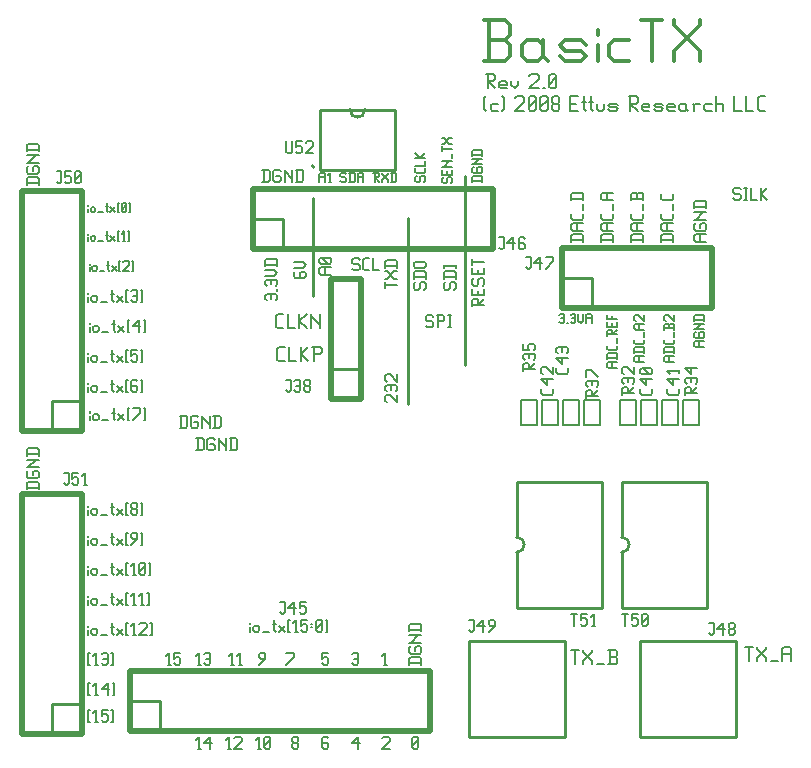
<source format=gbr>
G04 start of page 10 for group -4079 idx -4079
G04 Title: TX Daughterboard, topsilk *
G04 Creator: pcb 20070208 *
G04 CreationDate: Mon Dec 24 21:52:14 2007 UTC *
G04 For: matt *
G04 Format: Gerber/RS-274X *
G04 PCB-Dimensions: 275000 250000 *
G04 PCB-Coordinate-Origin: lower left *
%MOIN*%
%FSLAX24Y24*%
%LNFRONTSILK*%
%ADD11C,0.0100*%
%ADD12C,0.0060*%
%ADD20C,0.0200*%
%ADD28C,0.0137*%
G54D11*X13250Y11700D02*Y17900D01*
X10100Y15300D02*Y18550D01*
X15150Y13000D02*Y19300D01*
X10100Y19600D02*X10050Y19650D01*
G54D12*X2600Y8300D02*Y8250D01*
Y8150D02*Y8000D01*
X2700Y8150D02*Y8050D01*
Y8150D02*X2750Y8200D01*
X2850D01*
X2900Y8150D01*
Y8050D01*
X2850Y8000D02*X2900Y8050D01*
X2750Y8000D02*X2850D01*
X2700Y8050D02*X2750Y8000D01*
X3020D02*X3220D01*
X3390Y8400D02*Y8050D01*
X3440Y8000D01*
X3340Y8250D02*X3440D01*
X3540Y8200D02*X3740Y8000D01*
X3540D02*X3740Y8200D01*
X3860Y8400D02*X3910D01*
X3860D02*Y8000D01*
X3910D01*
X4030Y8050D02*X4080Y8000D01*
X4030Y8150D02*Y8050D01*
Y8150D02*X4080Y8200D01*
X4180D01*
X4230Y8150D01*
Y8050D01*
X4180Y8000D02*X4230Y8050D01*
X4080Y8000D02*X4180D01*
X4030Y8250D02*X4080Y8200D01*
X4030Y8350D02*Y8250D01*
Y8350D02*X4080Y8400D01*
X4180D01*
X4230Y8350D01*
Y8250D01*
X4180Y8200D02*X4230Y8250D01*
X4350Y8400D02*X4400D01*
Y8000D01*
X4350D02*X4400D01*
X2600Y7300D02*Y7250D01*
Y7150D02*Y7000D01*
X2700Y7150D02*Y7050D01*
Y7150D02*X2750Y7200D01*
X2850D01*
X2900Y7150D01*
Y7050D01*
X2850Y7000D02*X2900Y7050D01*
X2750Y7000D02*X2850D01*
X2700Y7050D02*X2750Y7000D01*
X3020D02*X3220D01*
X3390Y7400D02*Y7050D01*
X3440Y7000D01*
X3340Y7250D02*X3440D01*
X3540Y7200D02*X3740Y7000D01*
X3540D02*X3740Y7200D01*
X3860Y7400D02*X3910D01*
X3860D02*Y7000D01*
X3910D01*
X4030D02*X4230Y7200D01*
Y7350D02*Y7200D01*
X4180Y7400D02*X4230Y7350D01*
X4080Y7400D02*X4180D01*
X4030Y7350D02*X4080Y7400D01*
X4030Y7350D02*Y7250D01*
X4080Y7200D01*
X4230D01*
X4350Y7400D02*X4400D01*
Y7000D01*
X4350D02*X4400D01*
X550Y8900D02*X950D01*
X550Y9050D02*X600Y9100D01*
X900D01*
X950Y9050D02*X900Y9100D01*
X950Y9050D02*Y8850D01*
X550Y9050D02*Y8850D01*
Y9420D02*X600Y9470D01*
X550Y9420D02*Y9270D01*
X600Y9220D02*X550Y9270D01*
X600Y9220D02*X900D01*
X950Y9270D01*
Y9420D02*Y9270D01*
Y9420D02*X900Y9470D01*
X800D02*X900D01*
X750Y9420D02*X800Y9470D01*
X750Y9420D02*Y9320D01*
X550Y9590D02*X950D01*
X550D02*X600D01*
X850Y9840D01*
X550D02*X950D01*
X550Y10010D02*X950D01*
X550Y10160D02*X600Y10210D01*
X900D01*
X950Y10160D02*X900Y10210D01*
X950Y10160D02*Y9960D01*
X550Y10160D02*Y9960D01*
X2600Y6300D02*Y6250D01*
Y6150D02*Y6000D01*
X2700Y6150D02*Y6050D01*
Y6150D02*X2750Y6200D01*
X2850D01*
X2900Y6150D01*
Y6050D01*
X2850Y6000D02*X2900Y6050D01*
X2750Y6000D02*X2850D01*
X2700Y6050D02*X2750Y6000D01*
X3020D02*X3220D01*
X3390Y6400D02*Y6050D01*
X3440Y6000D01*
X3340Y6250D02*X3440D01*
X3540Y6200D02*X3740Y6000D01*
X3540D02*X3740Y6200D01*
X3860Y6400D02*X3910D01*
X3860D02*Y6000D01*
X3910D01*
X4080D02*X4180D01*
X4130Y6400D02*Y6000D01*
X4030Y6300D02*X4130Y6400D01*
X4300Y6050D02*X4350Y6000D01*
X4300Y6350D02*Y6050D01*
Y6350D02*X4350Y6400D01*
X4450D01*
X4500Y6350D01*
Y6050D01*
X4450Y6000D02*X4500Y6050D01*
X4350Y6000D02*X4450D01*
X4300Y6100D02*X4500Y6300D01*
X4620Y6400D02*X4670D01*
Y6000D01*
X4620D02*X4670D01*
X2600Y5300D02*Y5250D01*
Y5150D02*Y5000D01*
X2700Y5150D02*Y5050D01*
Y5150D02*X2750Y5200D01*
X2850D01*
X2900Y5150D01*
Y5050D01*
X2850Y5000D02*X2900Y5050D01*
X2750Y5000D02*X2850D01*
X2700Y5050D02*X2750Y5000D01*
X3020D02*X3220D01*
X3390Y5400D02*Y5050D01*
X3440Y5000D01*
X3340Y5250D02*X3440D01*
X3540Y5200D02*X3740Y5000D01*
X3540D02*X3740Y5200D01*
X3860Y5400D02*X3910D01*
X3860D02*Y5000D01*
X3910D01*
X4080D02*X4180D01*
X4130Y5400D02*Y5000D01*
X4030Y5300D02*X4130Y5400D01*
X4350Y5000D02*X4450D01*
X4400Y5400D02*Y5000D01*
X4300Y5300D02*X4400Y5400D01*
X4570D02*X4620D01*
Y5000D01*
X4570D02*X4620D01*
X2600Y4300D02*Y4250D01*
Y4150D02*Y4000D01*
X2700Y4150D02*Y4050D01*
Y4150D02*X2750Y4200D01*
X2850D01*
X2900Y4150D01*
Y4050D01*
X2850Y4000D02*X2900Y4050D01*
X2750Y4000D02*X2850D01*
X2700Y4050D02*X2750Y4000D01*
X3020D02*X3220D01*
X3390Y4400D02*Y4050D01*
X3440Y4000D01*
X3340Y4250D02*X3440D01*
X3540Y4200D02*X3740Y4000D01*
X3540D02*X3740Y4200D01*
X3860Y4400D02*X3910D01*
X3860D02*Y4000D01*
X3910D01*
X4080D02*X4180D01*
X4130Y4400D02*Y4000D01*
X4030Y4300D02*X4130Y4400D01*
X4300Y4350D02*X4350Y4400D01*
X4500D01*
X4550Y4350D01*
Y4250D01*
X4300Y4000D02*X4550Y4250D01*
X4300Y4000D02*X4550D01*
X4670Y4400D02*X4720D01*
Y4000D01*
X4670D02*X4720D01*
X2600Y3400D02*X2650D01*
X2600D02*Y3000D01*
X2650D01*
X2820D02*X2920D01*
X2870Y3400D02*Y3000D01*
X2770Y3300D02*X2870Y3400D01*
X3040Y3350D02*X3090Y3400D01*
X3190D01*
X3240Y3350D01*
Y3050D01*
X3190Y3000D02*X3240Y3050D01*
X3090Y3000D02*X3190D01*
X3040Y3050D02*X3090Y3000D01*
Y3200D02*X3240D01*
X3360Y3400D02*X3410D01*
Y3000D01*
X3360D02*X3410D01*
X2600Y2400D02*X2650D01*
X2600D02*Y2000D01*
X2650D01*
X2820D02*X2920D01*
X2870Y2400D02*Y2000D01*
X2770Y2300D02*X2870Y2400D01*
X3040Y2200D02*X3240Y2400D01*
X3040Y2200D02*X3290D01*
X3240Y2400D02*Y2000D01*
X3410Y2400D02*X3460D01*
Y2000D01*
X3410D02*X3460D01*
X2600Y1500D02*X2650D01*
X2600D02*Y1100D01*
X2650D01*
X2820D02*X2920D01*
X2870Y1500D02*Y1100D01*
X2770Y1400D02*X2870Y1500D01*
X3040D02*X3240D01*
X3040D02*Y1300D01*
X3090Y1350D01*
X3190D01*
X3240Y1300D01*
Y1150D01*
X3190Y1100D02*X3240Y1150D01*
X3090Y1100D02*X3190D01*
X3040Y1150D02*X3090Y1100D01*
X3360Y1500D02*X3410D01*
Y1100D01*
X3360D02*X3410D01*
X2650Y11450D02*Y11400D01*
Y11300D02*Y11150D01*
X2750Y11300D02*Y11200D01*
Y11300D02*X2800Y11350D01*
X2900D01*
X2950Y11300D01*
Y11200D01*
X2900Y11150D02*X2950Y11200D01*
X2800Y11150D02*X2900D01*
X2750Y11200D02*X2800Y11150D01*
X3070D02*X3270D01*
X3440Y11550D02*Y11200D01*
X3490Y11150D01*
X3390Y11400D02*X3490D01*
X3590Y11350D02*X3790Y11150D01*
X3590D02*X3790Y11350D01*
X3910Y11550D02*X3960D01*
X3910D02*Y11150D01*
X3960D01*
X4080D02*X4330Y11400D01*
Y11550D02*Y11400D01*
X4080Y11550D02*X4330D01*
X4450D02*X4500D01*
Y11150D01*
X4450D02*X4500D01*
X2600Y12400D02*Y12350D01*
Y12250D02*Y12100D01*
X2700Y12250D02*Y12150D01*
Y12250D02*X2750Y12300D01*
X2850D01*
X2900Y12250D01*
Y12150D01*
X2850Y12100D02*X2900Y12150D01*
X2750Y12100D02*X2850D01*
X2700Y12150D02*X2750Y12100D01*
X3020D02*X3220D01*
X3390Y12500D02*Y12150D01*
X3440Y12100D01*
X3340Y12350D02*X3440D01*
X3540Y12300D02*X3740Y12100D01*
X3540D02*X3740Y12300D01*
X3860Y12500D02*X3910D01*
X3860D02*Y12100D01*
X3910D01*
X4180Y12500D02*X4230Y12450D01*
X4080Y12500D02*X4180D01*
X4030Y12450D02*X4080Y12500D01*
X4030Y12450D02*Y12150D01*
X4080Y12100D01*
X4180Y12300D02*X4230Y12250D01*
X4030Y12300D02*X4180D01*
X4080Y12100D02*X4180D01*
X4230Y12150D01*
Y12250D02*Y12150D01*
X4350Y12500D02*X4400D01*
Y12100D01*
X4350D02*X4400D01*
X2600Y13400D02*Y13350D01*
Y13250D02*Y13100D01*
X2700Y13250D02*Y13150D01*
Y13250D02*X2750Y13300D01*
X2850D01*
X2900Y13250D01*
Y13150D01*
X2850Y13100D02*X2900Y13150D01*
X2750Y13100D02*X2850D01*
X2700Y13150D02*X2750Y13100D01*
X3020D02*X3220D01*
X3390Y13500D02*Y13150D01*
X3440Y13100D01*
X3340Y13350D02*X3440D01*
X3540Y13300D02*X3740Y13100D01*
X3540D02*X3740Y13300D01*
X3860Y13500D02*X3910D01*
X3860D02*Y13100D01*
X3910D01*
X4030Y13500D02*X4230D01*
X4030D02*Y13300D01*
X4080Y13350D01*
X4180D01*
X4230Y13300D01*
Y13150D01*
X4180Y13100D02*X4230Y13150D01*
X4080Y13100D02*X4180D01*
X4030Y13150D02*X4080Y13100D01*
X4350Y13500D02*X4400D01*
Y13100D01*
X4350D02*X4400D01*
X6250Y10550D02*Y10150D01*
X6400Y10550D02*X6450Y10500D01*
Y10200D01*
X6400Y10150D02*X6450Y10200D01*
X6200Y10150D02*X6400D01*
X6200Y10550D02*X6400D01*
X6770D02*X6820Y10500D01*
X6620Y10550D02*X6770D01*
X6570Y10500D02*X6620Y10550D01*
X6570Y10500D02*Y10200D01*
X6620Y10150D01*
X6770D01*
X6820Y10200D01*
Y10300D02*Y10200D01*
X6770Y10350D02*X6820Y10300D01*
X6670Y10350D02*X6770D01*
X6940Y10550D02*Y10150D01*
Y10550D02*Y10500D01*
X7190Y10250D01*
Y10550D02*Y10150D01*
X7360Y10550D02*Y10150D01*
X7510Y10550D02*X7560Y10500D01*
Y10200D01*
X7510Y10150D02*X7560Y10200D01*
X7310Y10150D02*X7510D01*
X7310Y10550D02*X7510D01*
X5700Y11300D02*Y10900D01*
X5850Y11300D02*X5900Y11250D01*
Y10950D01*
X5850Y10900D02*X5900Y10950D01*
X5650Y10900D02*X5850D01*
X5650Y11300D02*X5850D01*
X6220D02*X6270Y11250D01*
X6070Y11300D02*X6220D01*
X6020Y11250D02*X6070Y11300D01*
X6020Y11250D02*Y10950D01*
X6070Y10900D01*
X6220D01*
X6270Y10950D01*
Y11050D02*Y10950D01*
X6220Y11100D02*X6270Y11050D01*
X6120Y11100D02*X6220D01*
X6390Y11300D02*Y10900D01*
Y11300D02*Y11250D01*
X6640Y11000D01*
Y11300D02*Y10900D01*
X6810Y11300D02*Y10900D01*
X6960Y11300D02*X7010Y11250D01*
Y10950D01*
X6960Y10900D02*X7010Y10950D01*
X6760Y10900D02*X6960D01*
X6760Y11300D02*X6960D01*
X22850Y17100D02*X23200D01*
X22850D02*X22800Y17150D01*
Y17300D02*Y17150D01*
Y17300D02*X22850Y17350D01*
X23200D01*
X23000D02*Y17100D01*
X22800Y17670D02*X22850Y17720D01*
X22800Y17670D02*Y17520D01*
X22850Y17470D02*X22800Y17520D01*
X22850Y17470D02*X23150D01*
X23200Y17520D01*
Y17670D02*Y17520D01*
Y17670D02*X23150Y17720D01*
X23050D02*X23150D01*
X23000Y17670D02*X23050Y17720D01*
X23000Y17670D02*Y17570D01*
X22800Y17840D02*X23200D01*
X22800D02*X22850D01*
X23100Y18090D01*
X22800D02*X23200D01*
X22800Y18260D02*X23200D01*
X22800Y18410D02*X22850Y18460D01*
X23150D01*
X23200Y18410D02*X23150Y18460D01*
X23200Y18410D02*Y18210D01*
X22800Y18410D02*Y18210D01*
X18700Y17150D02*X19100D01*
X18700Y17300D02*X18750Y17350D01*
X19050D01*
X19100Y17300D02*X19050Y17350D01*
X19100Y17300D02*Y17100D01*
X18700Y17300D02*Y17100D01*
X18750Y17470D02*X19100D01*
X18750D02*X18700Y17520D01*
Y17670D02*Y17520D01*
Y17670D02*X18750Y17720D01*
X19100D01*
X18900D02*Y17470D01*
X19100Y18040D02*Y17890D01*
X19050Y17840D02*X19100Y17890D01*
X18750Y17840D02*X19050D01*
X18750D02*X18700Y17890D01*
Y18040D02*Y17890D01*
X19100Y18360D02*Y18160D01*
X18700Y18530D02*X19100D01*
X18700Y18680D02*X18750Y18730D01*
X19050D01*
X19100Y18680D02*X19050Y18730D01*
X19100Y18680D02*Y18480D01*
X18700Y18680D02*Y18480D01*
X21700Y17150D02*X22100D01*
X21700Y17300D02*X21750Y17350D01*
X22050D01*
X22100Y17300D02*X22050Y17350D01*
X22100Y17300D02*Y17100D01*
X21700Y17300D02*Y17100D01*
X21750Y17470D02*X22100D01*
X21750D02*X21700Y17520D01*
Y17670D02*Y17520D01*
Y17670D02*X21750Y17720D01*
X22100D01*
X21900D02*Y17470D01*
X22100Y18040D02*Y17890D01*
X22050Y17840D02*X22100Y17890D01*
X21750Y17840D02*X22050D01*
X21750D02*X21700Y17890D01*
Y18040D02*Y17890D01*
X22100Y18360D02*Y18160D01*
Y18680D02*Y18530D01*
X22050Y18480D02*X22100Y18530D01*
X21750Y18480D02*X22050D01*
X21750D02*X21700Y18530D01*
Y18680D02*Y18530D01*
X20700Y17150D02*X21100D01*
X20700Y17300D02*X20750Y17350D01*
X21050D01*
X21100Y17300D02*X21050Y17350D01*
X21100Y17300D02*Y17100D01*
X20700Y17300D02*Y17100D01*
X20750Y17470D02*X21100D01*
X20750D02*X20700Y17520D01*
Y17670D02*Y17520D01*
Y17670D02*X20750Y17720D01*
X21100D01*
X20900D02*Y17470D01*
X21100Y18040D02*Y17890D01*
X21050Y17840D02*X21100Y17890D01*
X20750Y17840D02*X21050D01*
X20750D02*X20700Y17890D01*
Y18040D02*Y17890D01*
X21100Y18360D02*Y18160D01*
Y18680D02*Y18480D01*
Y18680D02*X21050Y18730D01*
X20950D02*X21050D01*
X20900Y18680D02*X20950Y18730D01*
X20900Y18680D02*Y18530D01*
X20700D02*X21100D01*
X20700Y18680D02*Y18480D01*
Y18680D02*X20750Y18730D01*
X20850D01*
X20900Y18680D02*X20850Y18730D01*
X19700Y17150D02*X20100D01*
X19700Y17300D02*X19750Y17350D01*
X20050D01*
X20100Y17300D02*X20050Y17350D01*
X20100Y17300D02*Y17100D01*
X19700Y17300D02*Y17100D01*
X19750Y17470D02*X20100D01*
X19750D02*X19700Y17520D01*
Y17670D02*Y17520D01*
Y17670D02*X19750Y17720D01*
X20100D01*
X19900D02*Y17470D01*
X20100Y18040D02*Y17890D01*
X20050Y17840D02*X20100Y17890D01*
X19750Y17840D02*X20050D01*
X19750D02*X19700Y17890D01*
Y18040D02*Y17890D01*
X20100Y18360D02*Y18160D01*
X19750Y18480D02*X20100D01*
X19750D02*X19700Y18530D01*
Y18680D02*Y18530D01*
Y18680D02*X19750Y18730D01*
X20100D01*
X19900D02*Y18480D01*
X15400Y19139D02*X15712D01*
X15400Y19256D02*X15439Y19295D01*
X15673D01*
X15712Y19256D02*X15673Y19295D01*
X15712Y19256D02*Y19100D01*
X15400Y19256D02*Y19100D01*
Y19544D02*X15439Y19583D01*
X15400Y19544D02*Y19427D01*
X15439Y19388D02*X15400Y19427D01*
X15439Y19388D02*X15673D01*
X15712Y19427D01*
Y19544D02*Y19427D01*
Y19544D02*X15673Y19583D01*
X15595D02*X15673D01*
X15556Y19544D02*X15595Y19583D01*
X15556Y19544D02*Y19466D01*
X15400Y19677D02*X15712D01*
X15400D02*X15439D01*
X15634Y19872D01*
X15400D02*X15712D01*
X15400Y20005D02*X15712D01*
X15400Y20122D02*X15439Y20161D01*
X15673D01*
X15712Y20122D02*X15673Y20161D01*
X15712Y20122D02*Y19966D01*
X15400Y20122D02*Y19966D01*
X21839Y13100D02*X22112D01*
X21839D02*X21800Y13139D01*
Y13256D02*Y13139D01*
Y13256D02*X21839Y13295D01*
X22112D01*
X21956D02*Y13100D01*
X21800Y13427D02*X22112D01*
X21800Y13544D02*X21839Y13583D01*
X22073D01*
X22112Y13544D02*X22073Y13583D01*
X22112Y13544D02*Y13388D01*
X21800Y13544D02*Y13388D01*
X22112Y13833D02*Y13716D01*
X22073Y13677D02*X22112Y13716D01*
X21839Y13677D02*X22073D01*
X21839D02*X21800Y13716D01*
Y13833D02*Y13716D01*
X22112Y14083D02*Y13927D01*
Y14332D02*Y14176D01*
Y14332D02*X22073Y14371D01*
X21995D02*X22073D01*
X21956Y14332D02*X21995Y14371D01*
X21956Y14332D02*Y14215D01*
X21800D02*X22112D01*
X21800Y14332D02*Y14176D01*
Y14332D02*X21839Y14371D01*
X21917D01*
X21956Y14332D02*X21917Y14371D01*
X21839Y14465D02*X21800Y14504D01*
Y14621D02*Y14504D01*
Y14621D02*X21839Y14660D01*
X21917D01*
X22112Y14465D02*X21917Y14660D01*
X22112D02*Y14465D01*
X20839Y13100D02*X21112D01*
X20839D02*X20800Y13139D01*
Y13256D02*Y13139D01*
Y13256D02*X20839Y13295D01*
X21112D01*
X20956D02*Y13100D01*
X20800Y13427D02*X21112D01*
X20800Y13544D02*X20839Y13583D01*
X21073D01*
X21112Y13544D02*X21073Y13583D01*
X21112Y13544D02*Y13388D01*
X20800Y13544D02*Y13388D01*
X21112Y13833D02*Y13716D01*
X21073Y13677D02*X21112Y13716D01*
X20839Y13677D02*X21073D01*
X20839D02*X20800Y13716D01*
Y13833D02*Y13716D01*
X21112Y14083D02*Y13927D01*
X20839Y14176D02*X21112D01*
X20839D02*X20800Y14215D01*
Y14332D02*Y14215D01*
Y14332D02*X20839Y14371D01*
X21112D01*
X20956D02*Y14176D01*
X20839Y14465D02*X20800Y14504D01*
Y14621D02*Y14504D01*
Y14621D02*X20839Y14660D01*
X20917D01*
X21112Y14465D02*X20917Y14660D01*
X21112D02*Y14465D01*
G54D28*X15800Y23132D02*X16484D01*
X16655Y23303D01*
Y23645D02*Y23303D01*
X16484Y23816D02*X16655Y23645D01*
X15971Y23816D02*X16484D01*
X15971Y24500D02*Y23132D01*
X15800Y24500D02*X16484D01*
X16655Y24329D01*
Y23987D01*
X16484Y23816D02*X16655Y23987D01*
X17578Y23816D02*X17749Y23645D01*
X17236Y23816D02*X17578D01*
X17065Y23645D02*X17236Y23816D01*
X17065Y23645D02*Y23303D01*
X17236Y23132D01*
X17749Y23816D02*Y23303D01*
X17920Y23132D01*
X17236D02*X17578D01*
X17749Y23303D01*
X18502Y23132D02*X19015D01*
X19186Y23303D01*
X19015Y23474D02*X19186Y23303D01*
X18502Y23474D02*X19015D01*
X18331Y23645D02*X18502Y23474D01*
X18331Y23645D02*X18502Y23816D01*
X19015D01*
X19186Y23645D01*
X18331Y23303D02*X18502Y23132D01*
X19597Y24158D02*Y23987D01*
Y23645D02*Y23132D01*
X20110Y23816D02*X20623D01*
X19939Y23645D02*X20110Y23816D01*
X19939Y23645D02*Y23303D01*
X20110Y23132D01*
X20623D01*
X21034Y24500D02*X21718D01*
X21376D02*Y23132D01*
X22129Y24500D02*Y24329D01*
X22984Y23474D01*
Y23132D01*
X22129Y23474D02*Y23132D01*
Y23474D02*X22984Y24329D01*
Y24500D02*Y24329D01*
G54D12*X15850Y22700D02*X16094D01*
X16155Y22639D01*
Y22517D01*
X16094Y22456D02*X16155Y22517D01*
X15911Y22456D02*X16094D01*
X15911Y22700D02*Y22212D01*
Y22456D02*X16155Y22212D01*
X16362D02*X16545D01*
X16301Y22273D02*X16362Y22212D01*
X16301Y22395D02*Y22273D01*
Y22395D02*X16362Y22456D01*
X16484D01*
X16545Y22395D01*
X16301Y22334D02*X16545D01*
Y22395D02*Y22334D01*
X16692Y22456D02*Y22334D01*
X16814Y22212D01*
X16936Y22334D01*
Y22456D02*Y22334D01*
X17302Y22639D02*X17363Y22700D01*
X17546D01*
X17607Y22639D01*
Y22517D01*
X17302Y22212D02*X17607Y22517D01*
X17302Y22212D02*X17607D01*
X17753D02*X17814D01*
X17961Y22273D02*X18022Y22212D01*
X17961Y22639D02*Y22273D01*
Y22639D02*X18022Y22700D01*
X18144D01*
X18205Y22639D01*
Y22273D01*
X18144Y22212D02*X18205Y22273D01*
X18022Y22212D02*X18144D01*
X17961Y22334D02*X18205Y22578D01*
X15800Y21523D02*X15861Y21462D01*
X15800Y21889D02*X15861Y21950D01*
X15800Y21889D02*Y21523D01*
X16068Y21706D02*X16251D01*
X16007Y21645D02*X16068Y21706D01*
X16007Y21645D02*Y21523D01*
X16068Y21462D01*
X16251D01*
X16398Y21950D02*X16459Y21889D01*
Y21523D01*
X16398Y21462D02*X16459Y21523D01*
X16825Y21889D02*X16886Y21950D01*
X17069D01*
X17130Y21889D01*
Y21767D01*
X16825Y21462D02*X17130Y21767D01*
X16825Y21462D02*X17130D01*
X17276Y21523D02*X17337Y21462D01*
X17276Y21889D02*Y21523D01*
Y21889D02*X17337Y21950D01*
X17459D01*
X17520Y21889D01*
Y21523D01*
X17459Y21462D02*X17520Y21523D01*
X17337Y21462D02*X17459D01*
X17276Y21584D02*X17520Y21828D01*
X17667Y21523D02*X17728Y21462D01*
X17667Y21889D02*Y21523D01*
Y21889D02*X17728Y21950D01*
X17850D01*
X17911Y21889D01*
Y21523D01*
X17850Y21462D02*X17911Y21523D01*
X17728Y21462D02*X17850D01*
X17667Y21584D02*X17911Y21828D01*
X18057Y21523D02*X18118Y21462D01*
X18057Y21645D02*Y21523D01*
Y21645D02*X18118Y21706D01*
X18240D01*
X18301Y21645D01*
Y21523D01*
X18240Y21462D02*X18301Y21523D01*
X18118Y21462D02*X18240D01*
X18057Y21767D02*X18118Y21706D01*
X18057Y21889D02*Y21767D01*
Y21889D02*X18118Y21950D01*
X18240D01*
X18301Y21889D01*
Y21767D01*
X18240Y21706D02*X18301Y21767D01*
X18667Y21706D02*X18850D01*
X18667Y21462D02*X18911D01*
X18667Y21950D02*Y21462D01*
Y21950D02*X18911D01*
X19119D02*Y21523D01*
X19180Y21462D01*
X19058Y21767D02*X19180D01*
X19363Y21950D02*Y21523D01*
X19424Y21462D01*
X19302Y21767D02*X19424D01*
X19546Y21706D02*Y21523D01*
X19607Y21462D01*
X19729D01*
X19790Y21523D01*
Y21706D02*Y21523D01*
X19998Y21462D02*X20181D01*
X20242Y21523D01*
X20181Y21584D02*X20242Y21523D01*
X19998Y21584D02*X20181D01*
X19937Y21645D02*X19998Y21584D01*
X19937Y21645D02*X19998Y21706D01*
X20181D01*
X20242Y21645D01*
X19937Y21523D02*X19998Y21462D01*
X20608Y21950D02*X20852D01*
X20913Y21889D01*
Y21767D01*
X20852Y21706D02*X20913Y21767D01*
X20669Y21706D02*X20852D01*
X20669Y21950D02*Y21462D01*
Y21706D02*X20913Y21462D01*
X21120D02*X21303D01*
X21059Y21523D02*X21120Y21462D01*
X21059Y21645D02*Y21523D01*
Y21645D02*X21120Y21706D01*
X21242D01*
X21303Y21645D01*
X21059Y21584D02*X21303D01*
Y21645D02*Y21584D01*
X21511Y21462D02*X21694D01*
X21755Y21523D01*
X21694Y21584D02*X21755Y21523D01*
X21511Y21584D02*X21694D01*
X21450Y21645D02*X21511Y21584D01*
X21450Y21645D02*X21511Y21706D01*
X21694D01*
X21755Y21645D01*
X21450Y21523D02*X21511Y21462D01*
X21962D02*X22145D01*
X21901Y21523D02*X21962Y21462D01*
X21901Y21645D02*Y21523D01*
Y21645D02*X21962Y21706D01*
X22084D01*
X22145Y21645D01*
X21901Y21584D02*X22145D01*
Y21645D02*Y21584D01*
X22475Y21706D02*X22536Y21645D01*
X22353Y21706D02*X22475D01*
X22292Y21645D02*X22353Y21706D01*
X22292Y21645D02*Y21523D01*
X22353Y21462D01*
X22536Y21706D02*Y21523D01*
X22597Y21462D01*
X22353D02*X22475D01*
X22536Y21523D01*
X22804Y21645D02*Y21462D01*
Y21645D02*X22865Y21706D01*
X22987D01*
X22743D02*X22804Y21645D01*
X23195Y21706D02*X23378D01*
X23134Y21645D02*X23195Y21706D01*
X23134Y21645D02*Y21523D01*
X23195Y21462D01*
X23378D01*
X23524Y21950D02*Y21462D01*
Y21645D02*X23585Y21706D01*
X23707D01*
X23768Y21645D01*
Y21462D01*
X24135Y21950D02*Y21462D01*
X24379D01*
X24525Y21950D02*Y21462D01*
X24769D01*
X24977D02*X25160D01*
X24916Y21523D02*X24977Y21462D01*
X24916Y21889D02*Y21523D01*
Y21889D02*X24977Y21950D01*
X25160D01*
X24300Y18900D02*X24350Y18850D01*
X24150Y18900D02*X24300D01*
X24100Y18850D02*X24150Y18900D01*
X24100Y18850D02*Y18750D01*
X24150Y18700D01*
X24300D01*
X24350Y18650D01*
Y18550D01*
X24300Y18500D02*X24350Y18550D01*
X24150Y18500D02*X24300D01*
X24100Y18550D02*X24150Y18500D01*
X24470Y18900D02*X24570D01*
X24520D02*Y18500D01*
X24470D02*X24570D01*
X24690Y18900D02*Y18500D01*
X24890D01*
X25010Y18900D02*Y18500D01*
Y18700D02*X25210Y18900D01*
X25010Y18700D02*X25210Y18500D01*
X19939Y12900D02*X20212D01*
X19939D02*X19900Y12939D01*
Y13056D02*Y12939D01*
Y13056D02*X19939Y13095D01*
X20212D01*
X20056D02*Y12900D01*
X19900Y13227D02*X20212D01*
X19900Y13344D02*X19939Y13383D01*
X20173D01*
X20212Y13344D02*X20173Y13383D01*
X20212Y13344D02*Y13188D01*
X19900Y13344D02*Y13188D01*
X20212Y13633D02*Y13516D01*
X20173Y13477D02*X20212Y13516D01*
X19939Y13477D02*X20173D01*
X19939D02*X19900Y13516D01*
Y13633D02*Y13516D01*
X20212Y13883D02*Y13727D01*
X19900Y14132D02*Y13976D01*
Y14132D02*X19939Y14171D01*
X20017D01*
X20056Y14132D02*X20017Y14171D01*
X20056Y14132D02*Y14015D01*
X19900D02*X20212D01*
X20056D02*X20212Y14171D01*
X20056Y14382D02*Y14265D01*
X20212Y14421D02*Y14265D01*
X19900D02*X20212D01*
X19900Y14421D02*Y14265D01*
Y14515D02*X20212D01*
X19900Y14671D02*Y14515D01*
X20056Y14632D02*Y14515D01*
X18300Y14661D02*X18339Y14700D01*
X18417D01*
X18456Y14661D01*
Y14427D01*
X18417Y14388D02*X18456Y14427D01*
X18339Y14388D02*X18417D01*
X18300Y14427D02*X18339Y14388D01*
Y14544D02*X18456D01*
X18549Y14388D02*X18588D01*
X18682Y14661D02*X18721Y14700D01*
X18799D01*
X18838Y14661D01*
Y14427D01*
X18799Y14388D02*X18838Y14427D01*
X18721Y14388D02*X18799D01*
X18682Y14427D02*X18721Y14388D01*
Y14544D02*X18838D01*
X18932Y14700D02*Y14466D01*
X19010Y14388D01*
X19088Y14466D01*
Y14700D02*Y14466D01*
X19181Y14661D02*Y14388D01*
Y14661D02*X19220Y14700D01*
X19337D01*
X19376Y14661D01*
Y14388D01*
X19181Y14544D02*X19376D01*
X15400Y15150D02*Y14950D01*
Y15150D02*X15450Y15200D01*
X15550D01*
X15600Y15150D02*X15550Y15200D01*
X15600Y15150D02*Y15000D01*
X15400D02*X15800D01*
X15600D02*X15800Y15200D01*
X15600Y15470D02*Y15320D01*
X15800Y15520D02*Y15320D01*
X15400D02*X15800D01*
X15400Y15520D02*Y15320D01*
Y15840D02*X15450Y15890D01*
X15400Y15840D02*Y15690D01*
X15450Y15640D02*X15400Y15690D01*
X15450Y15640D02*X15550D01*
X15600Y15690D01*
Y15840D02*Y15690D01*
Y15840D02*X15650Y15890D01*
X15750D01*
X15800Y15840D02*X15750Y15890D01*
X15800Y15840D02*Y15690D01*
X15750Y15640D02*X15800Y15690D01*
X15600Y16160D02*Y16010D01*
X15800Y16210D02*Y16010D01*
X15400D02*X15800D01*
X15400Y16210D02*Y16010D01*
Y16530D02*Y16330D01*
Y16430D02*X15800D01*
X22839Y13600D02*X23112D01*
X22839D02*X22800Y13639D01*
Y13756D02*Y13639D01*
Y13756D02*X22839Y13795D01*
X23112D01*
X22956D02*Y13600D01*
X22800Y14044D02*X22839Y14083D01*
X22800Y14044D02*Y13927D01*
X22839Y13888D02*X22800Y13927D01*
X22839Y13888D02*X23073D01*
X23112Y13927D01*
Y14044D02*Y13927D01*
Y14044D02*X23073Y14083D01*
X22995D02*X23073D01*
X22956Y14044D02*X22995Y14083D01*
X22956Y14044D02*Y13966D01*
X22800Y14177D02*X23112D01*
X22800D02*X22839D01*
X23034Y14372D01*
X22800D02*X23112D01*
X22800Y14505D02*X23112D01*
X22800Y14622D02*X22839Y14661D01*
X23073D01*
X23112Y14622D02*X23073Y14661D01*
X23112Y14622D02*Y14466D01*
X22800Y14622D02*Y14466D01*
X5250Y3000D02*X5350D01*
X5300Y3400D02*Y3000D01*
X5200Y3300D02*X5300Y3400D01*
X5470D02*X5670D01*
X5470D02*Y3200D01*
X5520Y3250D01*
X5620D01*
X5670Y3200D01*
Y3050D01*
X5620Y3000D02*X5670Y3050D01*
X5520Y3000D02*X5620D01*
X5470Y3050D02*X5520Y3000D01*
X6250Y200D02*X6350D01*
X6300Y600D02*Y200D01*
X6200Y500D02*X6300Y600D01*
X6470Y400D02*X6670Y600D01*
X6470Y400D02*X6720D01*
X6670Y600D02*Y200D01*
X7250D02*X7350D01*
X7300Y600D02*Y200D01*
X7200Y500D02*X7300Y600D01*
X7470Y550D02*X7520Y600D01*
X7670D01*
X7720Y550D01*
Y450D01*
X7470Y200D02*X7720Y450D01*
X7470Y200D02*X7720D01*
X8250D02*X8350D01*
X8300Y600D02*Y200D01*
X8200Y500D02*X8300Y600D01*
X8470Y250D02*X8520Y200D01*
X8470Y550D02*Y250D01*
Y550D02*X8520Y600D01*
X8620D01*
X8670Y550D01*
Y250D01*
X8620Y200D02*X8670Y250D01*
X8520Y200D02*X8620D01*
X8470Y300D02*X8670Y500D01*
X6250Y3000D02*X6350D01*
X6300Y3400D02*Y3000D01*
X6200Y3300D02*X6300Y3400D01*
X6470Y3350D02*X6520Y3400D01*
X6620D01*
X6670Y3350D01*
Y3050D01*
X6620Y3000D02*X6670Y3050D01*
X6520Y3000D02*X6620D01*
X6470Y3050D02*X6520Y3000D01*
Y3200D02*X6670D01*
X7350Y3000D02*X7450D01*
X7400Y3400D02*Y3000D01*
X7300Y3300D02*X7400Y3400D01*
X7620Y3000D02*X7720D01*
X7670Y3400D02*Y3000D01*
X7570Y3300D02*X7670Y3400D01*
X8300Y3000D02*X8500Y3200D01*
Y3350D02*Y3200D01*
X8450Y3400D02*X8500Y3350D01*
X8350Y3400D02*X8450D01*
X8300Y3350D02*X8350Y3400D01*
X8300Y3350D02*Y3250D01*
X8350Y3200D01*
X8500D01*
X18700Y3500D02*X18944D01*
X18822D02*Y3012D01*
X19090Y3500D02*Y3439D01*
X19395Y3134D01*
Y3012D01*
X19090Y3134D02*Y3012D01*
Y3134D02*X19395Y3439D01*
Y3500D02*Y3439D01*
X19542Y3012D02*X19786D01*
X19932D02*X20176D01*
X20237Y3073D01*
Y3195D02*Y3073D01*
X20176Y3256D02*X20237Y3195D01*
X19993Y3256D02*X20176D01*
X19993Y3500D02*Y3012D01*
X19932Y3500D02*X20176D01*
X20237Y3439D01*
Y3317D01*
X20176Y3256D02*X20237Y3317D01*
X24500Y3600D02*X24744D01*
X24622D02*Y3112D01*
X24890Y3600D02*Y3539D01*
X25195Y3234D01*
Y3112D01*
X24890Y3234D02*Y3112D01*
Y3234D02*X25195Y3539D01*
Y3600D02*Y3539D01*
X25342Y3112D02*X25586D01*
X25732Y3539D02*Y3112D01*
Y3539D02*X25793Y3600D01*
X25976D01*
X26037Y3539D01*
Y3112D01*
X25732Y3356D02*X26037D01*
X9400Y250D02*X9450Y200D01*
X9400Y350D02*Y250D01*
Y350D02*X9450Y400D01*
X9550D01*
X9600Y350D01*
Y250D01*
X9550Y200D02*X9600Y250D01*
X9450Y200D02*X9550D01*
X9400Y450D02*X9450Y400D01*
X9400Y550D02*Y450D01*
Y550D02*X9450Y600D01*
X9550D01*
X9600Y550D01*
Y450D01*
X9550Y400D02*X9600Y450D01*
X10550Y600D02*X10600Y550D01*
X10450Y600D02*X10550D01*
X10400Y550D02*X10450Y600D01*
X10400Y550D02*Y250D01*
X10450Y200D01*
X10550Y400D02*X10600Y350D01*
X10400Y400D02*X10550D01*
X10450Y200D02*X10550D01*
X10600Y250D01*
Y350D02*Y250D01*
X11400Y400D02*X11600Y600D01*
X11400Y400D02*X11650D01*
X11600Y600D02*Y200D01*
X12400Y550D02*X12450Y600D01*
X12600D01*
X12650Y550D01*
Y450D01*
X12400Y200D02*X12650Y450D01*
X12400Y200D02*X12650D01*
X13400Y250D02*X13450Y200D01*
X13400Y550D02*Y250D01*
Y550D02*X13450Y600D01*
X13550D01*
X13600Y550D01*
Y250D01*
X13550Y200D02*X13600Y250D01*
X13450Y200D02*X13550D01*
X13400Y300D02*X13600Y500D01*
X13300Y3050D02*X13700D01*
X13300Y3200D02*X13350Y3250D01*
X13650D01*
X13700Y3200D02*X13650Y3250D01*
X13700Y3200D02*Y3000D01*
X13300Y3200D02*Y3000D01*
Y3570D02*X13350Y3620D01*
X13300Y3570D02*Y3420D01*
X13350Y3370D02*X13300Y3420D01*
X13350Y3370D02*X13650D01*
X13700Y3420D01*
Y3570D02*Y3420D01*
Y3570D02*X13650Y3620D01*
X13550D02*X13650D01*
X13500Y3570D02*X13550Y3620D01*
X13500Y3570D02*Y3470D01*
X13300Y3740D02*X13700D01*
X13300D02*X13350D01*
X13600Y3990D01*
X13300D02*X13700D01*
X13300Y4160D02*X13700D01*
X13300Y4310D02*X13350Y4360D01*
X13650D01*
X13700Y4310D02*X13650Y4360D01*
X13700Y4310D02*Y4110D01*
X13300Y4310D02*Y4110D01*
X9200Y3000D02*X9450Y3250D01*
Y3400D02*Y3250D01*
X9200Y3400D02*X9450D01*
X10400D02*X10600D01*
X10400D02*Y3200D01*
X10450Y3250D01*
X10550D01*
X10600Y3200D01*
Y3050D01*
X10550Y3000D02*X10600Y3050D01*
X10450Y3000D02*X10550D01*
X10400Y3050D02*X10450Y3000D01*
X11400Y3350D02*X11450Y3400D01*
X11550D01*
X11600Y3350D01*
Y3050D01*
X11550Y3000D02*X11600Y3050D01*
X11450Y3000D02*X11550D01*
X11400Y3050D02*X11450Y3000D01*
Y3200D02*X11600D01*
X12450Y3000D02*X12550D01*
X12500Y3400D02*Y3000D01*
X12400Y3300D02*X12500Y3400D01*
X8000Y4400D02*Y4350D01*
Y4250D02*Y4100D01*
X8100Y4250D02*Y4150D01*
Y4250D02*X8150Y4300D01*
X8250D01*
X8300Y4250D01*
Y4150D01*
X8250Y4100D02*X8300Y4150D01*
X8150Y4100D02*X8250D01*
X8100Y4150D02*X8150Y4100D01*
X8420D02*X8620D01*
X8790Y4500D02*Y4150D01*
X8840Y4100D01*
X8740Y4350D02*X8840D01*
X8940Y4300D02*X9140Y4100D01*
X8940D02*X9140Y4300D01*
X9260Y4500D02*X9310D01*
X9260D02*Y4100D01*
X9310D01*
X9480D02*X9580D01*
X9530Y4500D02*Y4100D01*
X9430Y4400D02*X9530Y4500D01*
X9700D02*X9900D01*
X9700D02*Y4300D01*
X9750Y4350D01*
X9850D01*
X9900Y4300D01*
Y4150D01*
X9850Y4100D02*X9900Y4150D01*
X9750Y4100D02*X9850D01*
X9700Y4150D02*X9750Y4100D01*
X10020Y4350D02*X10070D01*
X10020Y4250D02*X10070D01*
X10190Y4150D02*X10240Y4100D01*
X10190Y4450D02*Y4150D01*
Y4450D02*X10240Y4500D01*
X10340D01*
X10390Y4450D01*
Y4150D01*
X10340Y4100D02*X10390Y4150D01*
X10240Y4100D02*X10340D01*
X10190Y4200D02*X10390Y4400D01*
X10511Y4500D02*X10561D01*
Y4100D01*
X10511D02*X10561D01*
X8911Y14212D02*X9094D01*
X8850Y14273D02*X8911Y14212D01*
X8850Y14639D02*Y14273D01*
Y14639D02*X8911Y14700D01*
X9094D01*
X9240D02*Y14212D01*
X9484D01*
X9631Y14700D02*Y14212D01*
Y14456D02*X9875Y14700D01*
X9631Y14456D02*X9875Y14212D01*
X10021Y14700D02*Y14212D01*
Y14700D02*Y14639D01*
X10326Y14334D01*
Y14700D02*Y14212D01*
X14050Y14650D02*X14100Y14600D01*
X13900Y14650D02*X14050D01*
X13850Y14600D02*X13900Y14650D01*
X13850Y14600D02*Y14500D01*
X13900Y14450D01*
X14050D01*
X14100Y14400D01*
Y14300D01*
X14050Y14250D02*X14100Y14300D01*
X13900Y14250D02*X14050D01*
X13850Y14300D02*X13900Y14250D01*
X14270Y14650D02*Y14250D01*
X14220Y14650D02*X14420D01*
X14470Y14600D01*
Y14500D01*
X14420Y14450D02*X14470Y14500D01*
X14270Y14450D02*X14420D01*
X14590Y14650D02*X14690D01*
X14640D02*Y14250D01*
X14590D02*X14690D01*
X12550Y11750D02*X12500Y11800D01*
Y11950D02*Y11800D01*
Y11950D02*X12550Y12000D01*
X12650D01*
X12900Y11750D02*X12650Y12000D01*
X12900D02*Y11750D01*
X12550Y12120D02*X12500Y12170D01*
Y12270D02*Y12170D01*
Y12270D02*X12550Y12320D01*
X12850D01*
X12900Y12270D02*X12850Y12320D01*
X12900Y12270D02*Y12170D01*
X12850Y12120D02*X12900Y12170D01*
X12700Y12320D02*Y12170D01*
X12550Y12440D02*X12500Y12490D01*
Y12640D02*Y12490D01*
Y12640D02*X12550Y12690D01*
X12650D01*
X12900Y12440D02*X12650Y12690D01*
X12900D02*Y12440D01*
X8550Y15150D02*X8500Y15200D01*
Y15300D02*Y15200D01*
Y15300D02*X8550Y15350D01*
X8850D01*
X8900Y15300D02*X8850Y15350D01*
X8900Y15300D02*Y15200D01*
X8850Y15150D02*X8900Y15200D01*
X8700Y15350D02*Y15200D01*
X8900Y15520D02*Y15470D01*
X8550Y15640D02*X8500Y15690D01*
Y15790D02*Y15690D01*
Y15790D02*X8550Y15840D01*
X8850D01*
X8900Y15790D02*X8850Y15840D01*
X8900Y15790D02*Y15690D01*
X8850Y15640D02*X8900Y15690D01*
X8700Y15840D02*Y15690D01*
X8500Y15960D02*X8800D01*
X8900Y16060D01*
X8800Y16160D01*
X8500D02*X8800D01*
X8500Y16330D02*X8900D01*
X8500Y16480D02*X8550Y16530D01*
X8850D01*
X8900Y16480D02*X8850Y16530D01*
X8900Y16480D02*Y16280D01*
X8500Y16480D02*Y16280D01*
X9450Y16050D02*X9500Y16100D01*
X9450Y16050D02*Y15950D01*
X9500Y15900D02*X9450Y15950D01*
X9500Y15900D02*X9800D01*
X9850Y15950D01*
X9650Y16050D02*X9700Y16100D01*
X9650Y16050D02*Y15900D01*
X9850Y16050D02*Y15950D01*
Y16050D02*X9800Y16100D01*
X9700D02*X9800D01*
X9450Y16220D02*X9750D01*
X9850Y16320D01*
X9750Y16420D01*
X9450D02*X9750D01*
X10350Y16000D02*X10700D01*
X10350D02*X10300Y16050D01*
Y16200D02*Y16050D01*
Y16200D02*X10350Y16250D01*
X10700D01*
X10500D02*Y16000D01*
X10650Y16370D02*X10700Y16420D01*
X10350Y16370D02*X10650D01*
X10350D02*X10300Y16420D01*
Y16520D02*Y16420D01*
Y16520D02*X10350Y16570D01*
X10650D01*
X10700Y16520D02*X10650Y16570D01*
X10700Y16520D02*Y16420D01*
X10600Y16370D02*X10400Y16570D01*
X11600Y16550D02*X11650Y16500D01*
X11450Y16550D02*X11600D01*
X11400Y16500D02*X11450Y16550D01*
X11400Y16500D02*Y16400D01*
X11450Y16350D01*
X11600D01*
X11650Y16300D01*
Y16200D01*
X11600Y16150D02*X11650Y16200D01*
X11450Y16150D02*X11600D01*
X11400Y16200D02*X11450Y16150D01*
X11820D02*X11970D01*
X11770Y16200D02*X11820Y16150D01*
X11770Y16500D02*Y16200D01*
Y16500D02*X11820Y16550D01*
X11970D01*
X12090D02*Y16150D01*
X12290D01*
X12500Y15750D02*Y15550D01*
Y15650D02*X12900D01*
X12500Y15870D02*X12550D01*
X12800Y16120D01*
X12900D01*
X12800Y15870D02*X12900D01*
X12800D02*X12550Y16120D01*
X12500D02*X12550D01*
X12500Y16290D02*X12900D01*
X12500Y16440D02*X12550Y16490D01*
X12850D01*
X12900Y16440D02*X12850Y16490D01*
X12900Y16440D02*Y16240D01*
X12500Y16440D02*Y16240D01*
X13450Y15700D02*X13500Y15750D01*
X13450Y15700D02*Y15550D01*
X13500Y15500D02*X13450Y15550D01*
X13500Y15500D02*X13600D01*
X13650Y15550D01*
Y15700D02*Y15550D01*
Y15700D02*X13700Y15750D01*
X13800D01*
X13850Y15700D02*X13800Y15750D01*
X13850Y15700D02*Y15550D01*
X13800Y15500D02*X13850Y15550D01*
X13450Y15920D02*X13850D01*
X13450Y16070D02*X13500Y16120D01*
X13800D01*
X13850Y16070D02*X13800Y16120D01*
X13850Y16070D02*Y15870D01*
X13450Y16070D02*Y15870D01*
X13500Y16240D02*X13800D01*
X13500D02*X13450Y16290D01*
Y16390D02*Y16290D01*
Y16390D02*X13500Y16440D01*
X13800D01*
X13850Y16390D02*X13800Y16440D01*
X13850Y16390D02*Y16290D01*
X13800Y16240D02*X13850Y16290D01*
X14450Y15700D02*X14500Y15750D01*
X14450Y15700D02*Y15550D01*
X14500Y15500D02*X14450Y15550D01*
X14500Y15500D02*X14600D01*
X14650Y15550D01*
Y15700D02*Y15550D01*
Y15700D02*X14700Y15750D01*
X14800D01*
X14850Y15700D02*X14800Y15750D01*
X14850Y15700D02*Y15550D01*
X14800Y15500D02*X14850Y15550D01*
X14450Y15920D02*X14850D01*
X14450Y16070D02*X14500Y16120D01*
X14800D01*
X14850Y16070D02*X14800Y16120D01*
X14850Y16070D02*Y15870D01*
X14450Y16070D02*Y15870D01*
Y16340D02*Y16240D01*
Y16290D02*X14850D01*
Y16340D02*Y16240D01*
X8961Y13112D02*X9144D01*
X8900Y13173D02*X8961Y13112D01*
X8900Y13539D02*Y13173D01*
Y13539D02*X8961Y13600D01*
X9144D01*
X9290D02*Y13112D01*
X9534D01*
X9681Y13600D02*Y13112D01*
Y13356D02*X9925Y13600D01*
X9681Y13356D02*X9925Y13112D01*
X10132Y13600D02*Y13112D01*
X10071Y13600D02*X10315D01*
X10376Y13539D01*
Y13417D01*
X10315Y13356D02*X10376Y13417D01*
X10132Y13356D02*X10315D01*
X2650Y16372D02*Y16333D01*
Y16255D02*Y16138D01*
X2728Y16255D02*Y16177D01*
Y16255D02*X2767Y16294D01*
X2845D01*
X2884Y16255D01*
Y16177D01*
X2845Y16138D02*X2884Y16177D01*
X2767Y16138D02*X2845D01*
X2728Y16177D02*X2767Y16138D01*
X2977D02*X3133D01*
X3266Y16450D02*Y16177D01*
X3305Y16138D01*
X3227Y16333D02*X3305D01*
X3383Y16294D02*X3539Y16138D01*
X3383D02*X3539Y16294D01*
X3633Y16450D02*X3672D01*
X3633D02*Y16138D01*
X3672D01*
X3765Y16411D02*X3804Y16450D01*
X3921D01*
X3960Y16411D01*
Y16333D01*
X3765Y16138D02*X3960Y16333D01*
X3765Y16138D02*X3960D01*
X4054Y16450D02*X4093D01*
Y16138D01*
X4054D02*X4093D01*
X2600Y17372D02*Y17333D01*
Y17255D02*Y17138D01*
X2678Y17255D02*Y17177D01*
Y17255D02*X2717Y17294D01*
X2795D01*
X2834Y17255D01*
Y17177D01*
X2795Y17138D02*X2834Y17177D01*
X2717Y17138D02*X2795D01*
X2678Y17177D02*X2717Y17138D01*
X2927D02*X3083D01*
X3216Y17450D02*Y17177D01*
X3255Y17138D01*
X3177Y17333D02*X3255D01*
X3333Y17294D02*X3489Y17138D01*
X3333D02*X3489Y17294D01*
X3583Y17450D02*X3622D01*
X3583D02*Y17138D01*
X3622D01*
X3754D02*X3832D01*
X3793Y17450D02*Y17138D01*
X3715Y17372D02*X3793Y17450D01*
X3926D02*X3965D01*
Y17138D01*
X3926D02*X3965D01*
X2600Y18322D02*Y18283D01*
Y18205D02*Y18088D01*
X2678Y18205D02*Y18127D01*
Y18205D02*X2717Y18244D01*
X2795D01*
X2834Y18205D01*
Y18127D01*
X2795Y18088D02*X2834Y18127D01*
X2717Y18088D02*X2795D01*
X2678Y18127D02*X2717Y18088D01*
X2927D02*X3083D01*
X3216Y18400D02*Y18127D01*
X3255Y18088D01*
X3177Y18283D02*X3255D01*
X3333Y18244D02*X3489Y18088D01*
X3333D02*X3489Y18244D01*
X3583Y18400D02*X3622D01*
X3583D02*Y18088D01*
X3622D01*
X3715Y18127D02*X3754Y18088D01*
X3715Y18361D02*Y18127D01*
Y18361D02*X3754Y18400D01*
X3832D01*
X3871Y18361D01*
Y18127D01*
X3832Y18088D02*X3871Y18127D01*
X3754Y18088D02*X3832D01*
X3715Y18166D02*X3871Y18322D01*
X3965Y18400D02*X4004D01*
Y18088D01*
X3965D02*X4004D01*
X2650Y14400D02*Y14350D01*
Y14250D02*Y14100D01*
X2750Y14250D02*Y14150D01*
Y14250D02*X2800Y14300D01*
X2900D01*
X2950Y14250D01*
Y14150D01*
X2900Y14100D02*X2950Y14150D01*
X2800Y14100D02*X2900D01*
X2750Y14150D02*X2800Y14100D01*
X3070D02*X3270D01*
X3440Y14500D02*Y14150D01*
X3490Y14100D01*
X3390Y14350D02*X3490D01*
X3590Y14300D02*X3790Y14100D01*
X3590D02*X3790Y14300D01*
X3910Y14500D02*X3960D01*
X3910D02*Y14100D01*
X3960D01*
X4080Y14300D02*X4280Y14500D01*
X4080Y14300D02*X4330D01*
X4280Y14500D02*Y14100D01*
X4450Y14500D02*X4500D01*
Y14100D01*
X4450D02*X4500D01*
X2600Y15400D02*Y15350D01*
Y15250D02*Y15100D01*
X2700Y15250D02*Y15150D01*
Y15250D02*X2750Y15300D01*
X2850D01*
X2900Y15250D01*
Y15150D01*
X2850Y15100D02*X2900Y15150D01*
X2750Y15100D02*X2850D01*
X2700Y15150D02*X2750Y15100D01*
X3020D02*X3220D01*
X3390Y15500D02*Y15150D01*
X3440Y15100D01*
X3340Y15350D02*X3440D01*
X3540Y15300D02*X3740Y15100D01*
X3540D02*X3740Y15300D01*
X3860Y15500D02*X3910D01*
X3860D02*Y15100D01*
X3910D01*
X4030Y15450D02*X4080Y15500D01*
X4180D01*
X4230Y15450D01*
Y15150D01*
X4180Y15100D02*X4230Y15150D01*
X4080Y15100D02*X4180D01*
X4030Y15150D02*X4080Y15100D01*
Y15300D02*X4230D01*
X4350Y15500D02*X4400D01*
Y15100D01*
X4350D02*X4400D01*
X550Y19050D02*X950D01*
X550Y19200D02*X600Y19250D01*
X900D01*
X950Y19200D02*X900Y19250D01*
X950Y19200D02*Y19000D01*
X550Y19200D02*Y19000D01*
Y19570D02*X600Y19620D01*
X550Y19570D02*Y19420D01*
X600Y19370D02*X550Y19420D01*
X600Y19370D02*X900D01*
X950Y19420D01*
Y19570D02*Y19420D01*
Y19570D02*X900Y19620D01*
X800D02*X900D01*
X750Y19570D02*X800Y19620D01*
X750Y19570D02*Y19470D01*
X550Y19740D02*X950D01*
X550D02*X600D01*
X850Y19990D01*
X550D02*X950D01*
X550Y20160D02*X950D01*
X550Y20310D02*X600Y20360D01*
X900D01*
X950Y20310D02*X900Y20360D01*
X950Y20310D02*Y20110D01*
X550Y20310D02*Y20110D01*
X8450Y19500D02*Y19100D01*
X8600Y19500D02*X8650Y19450D01*
Y19150D01*
X8600Y19100D02*X8650Y19150D01*
X8400Y19100D02*X8600D01*
X8400Y19500D02*X8600D01*
X8970D02*X9020Y19450D01*
X8820Y19500D02*X8970D01*
X8770Y19450D02*X8820Y19500D01*
X8770Y19450D02*Y19150D01*
X8820Y19100D01*
X8970D01*
X9020Y19150D01*
Y19250D02*Y19150D01*
X8970Y19300D02*X9020Y19250D01*
X8870Y19300D02*X8970D01*
X9140Y19500D02*Y19100D01*
Y19500D02*Y19450D01*
X9390Y19200D01*
Y19500D02*Y19100D01*
X9560Y19500D02*Y19100D01*
X9710Y19500D02*X9760Y19450D01*
Y19150D01*
X9710Y19100D02*X9760Y19150D01*
X9510Y19100D02*X9710D01*
X9510Y19500D02*X9710D01*
X14400Y19206D02*X14439Y19245D01*
X14400Y19206D02*Y19089D01*
X14439Y19050D02*X14400Y19089D01*
X14439Y19050D02*X14517D01*
X14556Y19089D01*
Y19206D02*Y19089D01*
Y19206D02*X14595Y19245D01*
X14673D01*
X14712Y19206D02*X14673Y19245D01*
X14712Y19206D02*Y19089D01*
X14673Y19050D02*X14712Y19089D01*
X14556Y19455D02*Y19338D01*
X14712Y19494D02*Y19338D01*
X14400D02*X14712D01*
X14400Y19494D02*Y19338D01*
Y19588D02*X14712D01*
X14400D02*X14439D01*
X14634Y19783D01*
X14400D02*X14712D01*
Y20033D02*Y19877D01*
X14400Y20282D02*Y20126D01*
Y20204D02*X14712D01*
X14400Y20376D02*X14439D01*
X14634Y20571D01*
X14712D01*
X14634Y20376D02*X14712D01*
X14634D02*X14439Y20571D01*
X14400D02*X14439D01*
X13500Y19256D02*X13539Y19295D01*
X13500Y19256D02*Y19139D01*
X13539Y19100D02*X13500Y19139D01*
X13539Y19100D02*X13617D01*
X13656Y19139D01*
Y19256D02*Y19139D01*
Y19256D02*X13695Y19295D01*
X13773D01*
X13812Y19256D02*X13773Y19295D01*
X13812Y19256D02*Y19139D01*
X13773Y19100D02*X13812Y19139D01*
Y19544D02*Y19427D01*
X13773Y19388D02*X13812Y19427D01*
X13539Y19388D02*X13773D01*
X13539D02*X13500Y19427D01*
Y19544D02*Y19427D01*
Y19638D02*X13812D01*
Y19794D02*Y19638D01*
X13500Y19888D02*X13812D01*
X13656D02*X13500Y20044D01*
X13656Y19888D02*X13812Y20044D01*
X12100Y19400D02*X12256D01*
X12295Y19361D01*
Y19283D01*
X12256Y19244D02*X12295Y19283D01*
X12139Y19244D02*X12256D01*
X12139Y19400D02*Y19088D01*
Y19244D02*X12295Y19088D01*
X12388Y19400D02*Y19361D01*
X12583Y19166D01*
Y19088D01*
X12388Y19166D02*Y19088D01*
Y19166D02*X12583Y19361D01*
Y19400D02*Y19361D01*
X12716Y19400D02*Y19088D01*
X12833Y19400D02*X12872Y19361D01*
Y19127D01*
X12833Y19088D02*X12872Y19127D01*
X12677Y19088D02*X12833D01*
X12677Y19400D02*X12833D01*
X10300Y19361D02*Y19088D01*
Y19361D02*X10339Y19400D01*
X10456D01*
X10495Y19361D01*
Y19088D01*
X10300Y19244D02*X10495D01*
X10627Y19088D02*X10705D01*
X10666Y19400D02*Y19088D01*
X10588Y19322D02*X10666Y19400D01*
X11156D02*X11195Y19361D01*
X11039Y19400D02*X11156D01*
X11000Y19361D02*X11039Y19400D01*
X11000Y19361D02*Y19283D01*
X11039Y19244D01*
X11156D01*
X11195Y19205D01*
Y19127D01*
X11156Y19088D02*X11195Y19127D01*
X11039Y19088D02*X11156D01*
X11000Y19127D02*X11039Y19088D01*
X11327Y19400D02*Y19088D01*
X11444Y19400D02*X11483Y19361D01*
Y19127D01*
X11444Y19088D02*X11483Y19127D01*
X11288Y19088D02*X11444D01*
X11288Y19400D02*X11444D01*
X11577Y19361D02*Y19088D01*
Y19361D02*X11616Y19400D01*
X11733D01*
X11772Y19361D01*
Y19088D01*
X11577Y19244D02*X11772D01*
G54D11*X15300Y600D02*Y3800D01*
X18500Y600D02*X15300D01*
X18500Y3800D02*Y600D01*
X15300Y3800D02*X18500D01*
X20380Y9100D02*Y7250D01*
Y6750D02*Y4900D01*
Y9100D02*X23220D01*
Y4900D01*
X20380D02*X23220D01*
X20380Y6750D02*G75*G03X20380Y7250I0J250D01*G01*
X21000Y600D02*Y3800D01*
X24200Y600D02*X21000D01*
X24200Y3800D02*Y600D01*
X21000Y3800D02*X24200D01*
X16880Y9100D02*Y7250D01*
Y6750D02*Y4900D01*
Y9100D02*X19720D01*
Y4900D01*
X16880D02*X19720D01*
X16880Y6750D02*G75*G03X16880Y7250I0J250D01*G01*
G54D20*X2400Y8700D02*Y700D01*
X400Y8700D02*X2400D01*
X400D02*Y700D01*
X2400D01*
G54D11*X1400Y1700D02*X2400D01*
X1400D02*Y700D01*
G54D20*X11700Y15850D02*Y11850D01*
X10700Y15850D02*X11700D01*
X10700D02*Y11850D01*
X11700D01*
G54D11*X10700Y12850D02*X11700D01*
X10700D02*Y11850D01*
X4000Y1800D02*X5000D01*
Y800D01*
G54D20*X4000Y2800D02*Y800D01*
Y2800D02*X14000D01*
Y800D01*
X4000D02*X14000D01*
X2400Y18800D02*Y10800D01*
X400Y18800D02*X2400D01*
X400D02*Y10800D01*
X2400D01*
G54D11*X1400Y11800D02*X2400D01*
X1400D02*Y10800D01*
X10310Y21500D02*Y19500D01*
X12830D01*
Y21500D02*Y19500D01*
X11320Y21500D02*X12830D01*
X10310D02*X11820D01*
X11320D02*G75*G03X11820Y21500I250J0D01*G01*
G54D20*X8100Y16850D02*X16100D01*
Y18850D02*Y16850D01*
X8100Y18850D02*X16100D01*
X8100D02*Y16850D01*
G54D11*X9100Y17850D02*Y16850D01*
X8100Y17850D02*X9100D01*
G54D20*X18400Y14900D02*X23400D01*
Y16900D02*Y14900D01*
X18400Y16900D02*X23400D01*
X18400D02*Y14900D01*
G54D11*X19400Y15900D02*Y14900D01*
X18400Y15900D02*X19400D01*
G54D12*X21730Y11820D02*Y10980D01*
Y11820D02*X22270D01*
Y10980D01*
X21730D02*X22270D01*
X18430Y11820D02*Y10980D01*
Y11820D02*X18970D01*
Y10980D01*
X18430D02*X18970D01*
X17730Y11820D02*Y10980D01*
Y11820D02*X18270D01*
Y10980D01*
X17730D02*X18270D01*
X19130Y11820D02*Y10980D01*
Y11820D02*X19670D01*
Y10980D01*
X19130D02*X19670D01*
X20330Y11820D02*Y10980D01*
Y11820D02*X20870D01*
Y10980D01*
X20330D02*X20870D01*
X21030Y11820D02*Y10980D01*
Y11820D02*X21570D01*
Y10980D01*
X21030D02*X21570D01*
X17030Y11820D02*Y10980D01*
Y11820D02*X17570D01*
Y10980D01*
X17030D02*X17570D01*
X22430Y11820D02*Y10980D01*
Y11820D02*X22970D01*
Y10980D01*
X22430D02*X22970D01*
X1800Y9400D02*X1950D01*
Y9050D01*
X1900Y9000D02*X1950Y9050D01*
X1850Y9000D02*X1900D01*
X1800Y9050D02*X1850Y9000D01*
X2070Y9400D02*X2270D01*
X2070D02*Y9200D01*
X2120Y9250D01*
X2220D01*
X2270Y9200D01*
Y9050D01*
X2220Y9000D02*X2270Y9050D01*
X2120Y9000D02*X2220D01*
X2070Y9050D02*X2120Y9000D01*
X2440D02*X2540D01*
X2490Y9400D02*Y9000D01*
X2390Y9300D02*X2490Y9400D01*
X9200Y12500D02*X9350D01*
Y12150D01*
X9300Y12100D02*X9350Y12150D01*
X9250Y12100D02*X9300D01*
X9200Y12150D02*X9250Y12100D01*
X9470Y12450D02*X9520Y12500D01*
X9620D01*
X9670Y12450D01*
Y12150D01*
X9620Y12100D02*X9670Y12150D01*
X9520Y12100D02*X9620D01*
X9470Y12150D02*X9520Y12100D01*
Y12300D02*X9670D01*
X9790Y12150D02*X9840Y12100D01*
X9790Y12250D02*Y12150D01*
Y12250D02*X9840Y12300D01*
X9940D01*
X9990Y12250D01*
Y12150D01*
X9940Y12100D02*X9990Y12150D01*
X9840Y12100D02*X9940D01*
X9790Y12350D02*X9840Y12300D01*
X9790Y12450D02*Y12350D01*
Y12450D02*X9840Y12500D01*
X9940D01*
X9990Y12450D01*
Y12350D01*
X9940Y12300D02*X9990Y12350D01*
X9000Y5100D02*X9150D01*
Y4750D01*
X9100Y4700D02*X9150Y4750D01*
X9050Y4700D02*X9100D01*
X9000Y4750D02*X9050Y4700D01*
X9270Y4900D02*X9470Y5100D01*
X9270Y4900D02*X9520D01*
X9470Y5100D02*Y4700D01*
X9640Y5100D02*X9840D01*
X9640D02*Y4900D01*
X9690Y4950D01*
X9790D01*
X9840Y4900D01*
Y4750D01*
X9790Y4700D02*X9840Y4750D01*
X9690Y4700D02*X9790D01*
X9640Y4750D02*X9690Y4700D01*
X1550Y19450D02*X1700D01*
Y19100D01*
X1650Y19050D02*X1700Y19100D01*
X1600Y19050D02*X1650D01*
X1550Y19100D02*X1600Y19050D01*
X1820Y19450D02*X2020D01*
X1820D02*Y19250D01*
X1870Y19300D01*
X1970D01*
X2020Y19250D01*
Y19100D01*
X1970Y19050D02*X2020Y19100D01*
X1870Y19050D02*X1970D01*
X1820Y19100D02*X1870Y19050D01*
X2140Y19100D02*X2190Y19050D01*
X2140Y19400D02*Y19100D01*
Y19400D02*X2190Y19450D01*
X2290D01*
X2340Y19400D01*
Y19100D01*
X2290Y19050D02*X2340Y19100D01*
X2190Y19050D02*X2290D01*
X2140Y19150D02*X2340Y19350D01*
X9200Y20450D02*Y20100D01*
X9250Y20050D01*
X9350D01*
X9400Y20100D01*
Y20450D02*Y20100D01*
X9520Y20450D02*X9720D01*
X9520D02*Y20250D01*
X9570Y20300D01*
X9670D01*
X9720Y20250D01*
Y20100D01*
X9670Y20050D02*X9720Y20100D01*
X9570Y20050D02*X9670D01*
X9520Y20100D02*X9570Y20050D01*
X9840Y20400D02*X9890Y20450D01*
X10040D01*
X10090Y20400D01*
Y20300D01*
X9840Y20050D02*X10090Y20300D01*
X9840Y20050D02*X10090D01*
X15300Y4500D02*X15450D01*
Y4150D01*
X15400Y4100D02*X15450Y4150D01*
X15350Y4100D02*X15400D01*
X15300Y4150D02*X15350Y4100D01*
X15570Y4300D02*X15770Y4500D01*
X15570Y4300D02*X15820D01*
X15770Y4500D02*Y4100D01*
X15940D02*X16140Y4300D01*
Y4450D02*Y4300D01*
X16090Y4500D02*X16140Y4450D01*
X15990Y4500D02*X16090D01*
X15940Y4450D02*X15990Y4500D01*
X15940Y4450D02*Y4350D01*
X15990Y4300D01*
X16140D01*
X20400Y4700D02*X20600D01*
X20500D02*Y4300D01*
X20720Y4700D02*X20920D01*
X20720D02*Y4500D01*
X20770Y4550D01*
X20870D01*
X20920Y4500D01*
Y4350D01*
X20870Y4300D02*X20920Y4350D01*
X20770Y4300D02*X20870D01*
X20720Y4350D02*X20770Y4300D01*
X21040Y4350D02*X21090Y4300D01*
X21040Y4650D02*Y4350D01*
Y4650D02*X21090Y4700D01*
X21190D01*
X21240Y4650D01*
Y4350D01*
X21190Y4300D02*X21240Y4350D01*
X21090Y4300D02*X21190D01*
X21040Y4400D02*X21240Y4600D01*
X23300Y4400D02*X23450D01*
Y4050D01*
X23400Y4000D02*X23450Y4050D01*
X23350Y4000D02*X23400D01*
X23300Y4050D02*X23350Y4000D01*
X23570Y4200D02*X23770Y4400D01*
X23570Y4200D02*X23820D01*
X23770Y4400D02*Y4000D01*
X23940Y4050D02*X23990Y4000D01*
X23940Y4150D02*Y4050D01*
Y4150D02*X23990Y4200D01*
X24090D01*
X24140Y4150D01*
Y4050D01*
X24090Y4000D02*X24140Y4050D01*
X23990Y4000D02*X24090D01*
X23940Y4250D02*X23990Y4200D01*
X23940Y4350D02*Y4250D01*
Y4350D02*X23990Y4400D01*
X24090D01*
X24140Y4350D01*
Y4250D01*
X24090Y4200D02*X24140Y4250D01*
X18700Y4700D02*X18900D01*
X18800D02*Y4300D01*
X19020Y4700D02*X19220D01*
X19020D02*Y4500D01*
X19070Y4550D01*
X19170D01*
X19220Y4500D01*
Y4350D01*
X19170Y4300D02*X19220Y4350D01*
X19070Y4300D02*X19170D01*
X19020Y4350D02*X19070Y4300D01*
X19390D02*X19490D01*
X19440Y4700D02*Y4300D01*
X19340Y4600D02*X19440Y4700D01*
X17200Y16600D02*X17350D01*
Y16250D01*
X17300Y16200D02*X17350Y16250D01*
X17250Y16200D02*X17300D01*
X17200Y16250D02*X17250Y16200D01*
X17470Y16400D02*X17670Y16600D01*
X17470Y16400D02*X17720D01*
X17670Y16600D02*Y16200D01*
X17840D02*X18090Y16450D01*
Y16600D02*Y16450D01*
X17840Y16600D02*X18090D01*
X16300Y17250D02*X16450D01*
Y16900D01*
X16400Y16850D02*X16450Y16900D01*
X16350Y16850D02*X16400D01*
X16300Y16900D02*X16350Y16850D01*
X16570Y17050D02*X16770Y17250D01*
X16570Y17050D02*X16820D01*
X16770Y17250D02*Y16850D01*
X17090Y17250D02*X17140Y17200D01*
X16990Y17250D02*X17090D01*
X16940Y17200D02*X16990Y17250D01*
X16940Y17200D02*Y16900D01*
X16990Y16850D01*
X17090Y17050D02*X17140Y17000D01*
X16940Y17050D02*X17090D01*
X16990Y16850D02*X17090D01*
X17140Y16900D01*
Y17000D02*Y16900D01*
X18600Y12900D02*Y12750D01*
X18550Y12700D02*X18600Y12750D01*
X18250Y12700D02*X18550D01*
X18250D02*X18200Y12750D01*
Y12900D02*Y12750D01*
X18400Y13020D02*X18200Y13220D01*
X18400Y13270D02*Y13020D01*
X18200Y13220D02*X18600D01*
X18250Y13390D02*X18200Y13440D01*
Y13540D02*Y13440D01*
Y13540D02*X18250Y13590D01*
X18550D01*
X18600Y13540D02*X18550Y13590D01*
X18600Y13540D02*Y13440D01*
X18550Y13390D02*X18600Y13440D01*
X18400Y13590D02*Y13440D01*
X17100Y13000D02*Y12800D01*
Y13000D02*X17150Y13050D01*
X17250D01*
X17300Y13000D02*X17250Y13050D01*
X17300Y13000D02*Y12850D01*
X17100D02*X17500D01*
X17300D02*X17500Y13050D01*
X17150Y13170D02*X17100Y13220D01*
Y13320D02*Y13220D01*
Y13320D02*X17150Y13370D01*
X17450D01*
X17500Y13320D02*X17450Y13370D01*
X17500Y13320D02*Y13220D01*
X17450Y13170D02*X17500Y13220D01*
X17300Y13370D02*Y13220D01*
X17100Y13690D02*Y13490D01*
X17300D01*
X17250Y13540D01*
Y13640D02*Y13540D01*
Y13640D02*X17300Y13690D01*
X17450D01*
X17500Y13640D02*X17450Y13690D01*
X17500Y13640D02*Y13540D01*
X17450Y13490D02*X17500Y13540D01*
X18100Y12200D02*Y12050D01*
X18050Y12000D02*X18100Y12050D01*
X17750Y12000D02*X18050D01*
X17750D02*X17700Y12050D01*
Y12200D02*Y12050D01*
X17900Y12320D02*X17700Y12520D01*
X17900Y12570D02*Y12320D01*
X17700Y12520D02*X18100D01*
X17750Y12690D02*X17700Y12740D01*
Y12890D02*Y12740D01*
Y12890D02*X17750Y12940D01*
X17850D01*
X18100Y12690D02*X17850Y12940D01*
X18100D02*Y12690D01*
X22300Y12200D02*Y12050D01*
X22250Y12000D02*X22300Y12050D01*
X21950Y12000D02*X22250D01*
X21950D02*X21900Y12050D01*
Y12200D02*Y12050D01*
X22100Y12320D02*X21900Y12520D01*
X22100Y12570D02*Y12320D01*
X21900Y12520D02*X22300D01*
Y12840D02*Y12740D01*
X21900Y12790D02*X22300D01*
X22000Y12690D02*X21900Y12790D01*
X19200Y12100D02*Y11900D01*
Y12100D02*X19250Y12150D01*
X19350D01*
X19400Y12100D02*X19350Y12150D01*
X19400Y12100D02*Y11950D01*
X19200D02*X19600D01*
X19400D02*X19600Y12150D01*
X19250Y12270D02*X19200Y12320D01*
Y12420D02*Y12320D01*
Y12420D02*X19250Y12470D01*
X19550D01*
X19600Y12420D02*X19550Y12470D01*
X19600Y12420D02*Y12320D01*
X19550Y12270D02*X19600Y12320D01*
X19400Y12470D02*Y12320D01*
X19600Y12590D02*X19350Y12840D01*
X19200D02*X19350D01*
X19200D02*Y12590D01*
X20400Y12200D02*Y12000D01*
Y12200D02*X20450Y12250D01*
X20550D01*
X20600Y12200D02*X20550Y12250D01*
X20600Y12200D02*Y12050D01*
X20400D02*X20800D01*
X20600D02*X20800Y12250D01*
X20450Y12370D02*X20400Y12420D01*
Y12520D02*Y12420D01*
Y12520D02*X20450Y12570D01*
X20750D01*
X20800Y12520D02*X20750Y12570D01*
X20800Y12520D02*Y12420D01*
X20750Y12370D02*X20800Y12420D01*
X20600Y12570D02*Y12420D01*
X20450Y12690D02*X20400Y12740D01*
Y12890D02*Y12740D01*
Y12890D02*X20450Y12940D01*
X20550D01*
X20800Y12690D02*X20550Y12940D01*
X20800D02*Y12690D01*
X21400Y12200D02*Y12050D01*
X21350Y12000D02*X21400Y12050D01*
X21050Y12000D02*X21350D01*
X21050D02*X21000Y12050D01*
Y12200D02*Y12050D01*
X21200Y12320D02*X21000Y12520D01*
X21200Y12570D02*Y12320D01*
X21000Y12520D02*X21400D01*
X21350Y12690D02*X21400Y12740D01*
X21050Y12690D02*X21350D01*
X21050D02*X21000Y12740D01*
Y12840D02*Y12740D01*
Y12840D02*X21050Y12890D01*
X21350D01*
X21400Y12840D02*X21350Y12890D01*
X21400Y12840D02*Y12740D01*
X21300Y12690D02*X21100Y12890D01*
X22500Y12200D02*Y12000D01*
Y12200D02*X22550Y12250D01*
X22650D01*
X22700Y12200D02*X22650Y12250D01*
X22700Y12200D02*Y12050D01*
X22500D02*X22900D01*
X22700D02*X22900Y12250D01*
X22550Y12370D02*X22500Y12420D01*
Y12520D02*Y12420D01*
Y12520D02*X22550Y12570D01*
X22850D01*
X22900Y12520D02*X22850Y12570D01*
X22900Y12520D02*Y12420D01*
X22850Y12370D02*X22900Y12420D01*
X22700Y12570D02*Y12420D01*
Y12690D02*X22500Y12890D01*
X22700Y12940D02*Y12690D01*
X22500Y12890D02*X22900D01*
M02*

</source>
